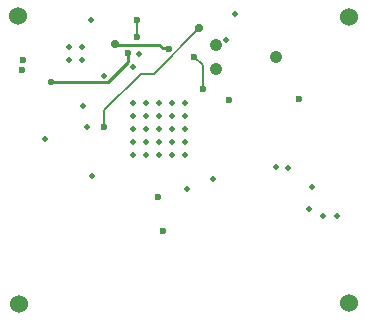
<source format=gbr>
%TF.GenerationSoftware,Altium Limited,Altium Designer,25.4.2 (15)*%
G04 Layer_Physical_Order=4*
G04 Layer_Color=16711680*
%FSLAX45Y45*%
%MOMM*%
%TF.SameCoordinates,67C836F6-C9C3-4B7B-B257-39D1A88473F1*%
%TF.FilePolarity,Positive*%
%TF.FileFunction,Copper,L4,Bot,Signal*%
%TF.Part,Single*%
G01*
G75*
%TA.AperFunction,Conductor*%
%ADD34C,0.20000*%
%ADD35C,0.25000*%
%TA.AperFunction,WasherPad*%
%ADD39C,1.52400*%
%TA.AperFunction,ComponentPad*%
%ADD40C,1.06700*%
%TA.AperFunction,ViaPad*%
%ADD41C,0.60000*%
%ADD42C,0.50000*%
%ADD43C,0.70000*%
%ADD44C,0.55000*%
D34*
X10017500Y7832500D02*
Y8035000D01*
X9945000Y8107500D02*
X10017500Y8035000D01*
X9605736Y7965736D02*
X9990000Y8350000D01*
X9492276Y7965736D02*
X9605736D01*
X9184748Y7658208D02*
X9492276Y7965736D01*
X9184748Y7510000D02*
Y7658208D01*
X9460000Y8280000D02*
Y8420000D01*
D35*
X9678451Y8183893D02*
X9725647D01*
X9732344Y8177196D01*
X9652343Y8210000D02*
X9678451Y8183893D01*
X9280000Y8210000D02*
X9652343D01*
X9220200Y7891780D02*
X9390000Y8061580D01*
Y8140000D01*
X9275180Y8214820D02*
X9280000Y8210000D01*
X8729980Y7891780D02*
X9220200D01*
D39*
X8452500Y8450000D02*
D03*
X11257500Y6025000D02*
D03*
X11255000Y8445000D02*
D03*
X8465000Y6012500D02*
D03*
D40*
X10129000Y8208100D02*
D03*
Y8004900D02*
D03*
X10637000Y8106500D02*
D03*
D41*
X10017500Y7832500D02*
D03*
X9945000Y8107500D02*
D03*
X9732344Y8177196D02*
D03*
X9184748Y7510000D02*
D03*
X8495000Y8080000D02*
D03*
X8492500Y7995000D02*
D03*
X9680000Y6630000D02*
D03*
X9640000Y6920000D02*
D03*
X10240000Y7740000D02*
D03*
X10830000Y7750000D02*
D03*
X9390000Y8140000D02*
D03*
X9460000Y8280000D02*
D03*
Y8420000D02*
D03*
D42*
X9009018Y7694127D02*
D03*
X9037500Y7515000D02*
D03*
X10109018Y7071627D02*
D03*
X9881518Y6991627D02*
D03*
X10640000Y7177500D02*
D03*
X10739018Y7169127D02*
D03*
X11156518Y6761627D02*
D03*
X11036518D02*
D03*
X10921518Y6819127D02*
D03*
X10940000Y7005000D02*
D03*
X9430000Y8020000D02*
D03*
X9480525Y8132827D02*
D03*
X9183551Y7949280D02*
D03*
X10220000Y8250000D02*
D03*
X9080000Y7100000D02*
D03*
X8680000Y7410000D02*
D03*
X10290000Y8470000D02*
D03*
X9069104Y8421406D02*
D03*
X9870000Y7280000D02*
D03*
X9760000D02*
D03*
X9650000D02*
D03*
X9540000D02*
D03*
X9430000D02*
D03*
X9870000Y7390000D02*
D03*
X9760000D02*
D03*
X9650000D02*
D03*
X9540000D02*
D03*
X9430000D02*
D03*
X9870000Y7500000D02*
D03*
X9760000D02*
D03*
X9650000D02*
D03*
X9540000D02*
D03*
X9430000D02*
D03*
X9870000Y7610000D02*
D03*
X9760000D02*
D03*
X9650000D02*
D03*
X9540000D02*
D03*
X9430000D02*
D03*
X9870000Y7720000D02*
D03*
X9760000D02*
D03*
X9650000D02*
D03*
X9540000D02*
D03*
X9430000D02*
D03*
X8996680Y8194820D02*
D03*
Y8084820D02*
D03*
X8886680D02*
D03*
Y8194820D02*
D03*
D43*
X9275180Y8214820D02*
D03*
X9990000Y8350000D02*
D03*
D44*
X8729980Y7891780D02*
D03*
%TF.MD5,21951d0b3b4d946d36e3124340af0e80*%
M02*

</source>
